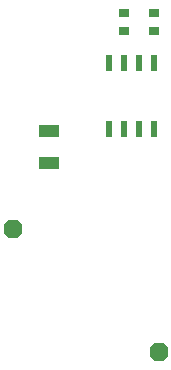
<source format=gbr>
G04*
G04 #@! TF.GenerationSoftware,Altium Limited,Altium Designer,22.11.1 (43)*
G04*
G04 Layer_Color=8421504*
%FSLAX44Y44*%
%MOMM*%
G71*
G04*
G04 #@! TF.SameCoordinates,7E3583A2-2878-4CA1-8AEC-5B8DB4771625*
G04*
G04*
G04 #@! TF.FilePolarity,Positive*
G04*
G01*
G75*
G04:AMPARAMS|DCode=13|XSize=1.524mm|YSize=1.524mm|CornerRadius=0mm|HoleSize=0mm|Usage=FLASHONLY|Rotation=0.000|XOffset=0mm|YOffset=0mm|HoleType=Round|Shape=Octagon|*
%AMOCTAGOND13*
4,1,8,0.7620,-0.3810,0.7620,0.3810,0.3810,0.7620,-0.3810,0.7620,-0.7620,0.3810,-0.7620,-0.3810,-0.3810,-0.7620,0.3810,-0.7620,0.7620,-0.3810,0.0*
%
%ADD13OCTAGOND13*%

%ADD14R,0.9000X0.7000*%
%ADD15R,1.7000X1.1000*%
%ADD16R,0.5334X1.4224*%
D13*
X353060Y883920D02*
D03*
X476250Y779780D02*
D03*
D14*
X447040Y1051680D02*
D03*
Y1066680D02*
D03*
X472440Y1051800D02*
D03*
Y1066800D02*
D03*
D15*
X383540Y967270D02*
D03*
Y940270D02*
D03*
D16*
X459740Y969010D02*
D03*
X447040D02*
D03*
X434340D02*
D03*
X472440D02*
D03*
Y1024890D02*
D03*
X459740D02*
D03*
X447040D02*
D03*
X434340D02*
D03*
M02*

</source>
